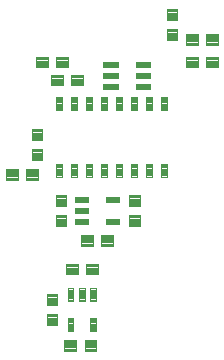
<source format=gbp>
G04 EAGLE Gerber RS-274X export*
G75*
%MOMM*%
%FSLAX34Y34*%
%LPD*%
%INSolderpaste Bottom*%
%IPPOS*%
%AMOC8*
5,1,8,0,0,1.08239X$1,22.5*%
G01*
%ADD10C,0.102000*%
%ADD11C,0.100000*%
%ADD12C,0.099000*%


D10*
X97740Y384460D02*
X92760Y384460D01*
X92760Y395440D01*
X97740Y395440D01*
X97740Y384460D01*
X97740Y385429D02*
X92760Y385429D01*
X92760Y386398D02*
X97740Y386398D01*
X97740Y387367D02*
X92760Y387367D01*
X92760Y388336D02*
X97740Y388336D01*
X97740Y389305D02*
X92760Y389305D01*
X92760Y390274D02*
X97740Y390274D01*
X97740Y391243D02*
X92760Y391243D01*
X92760Y392212D02*
X97740Y392212D01*
X97740Y393181D02*
X92760Y393181D01*
X92760Y394150D02*
X97740Y394150D01*
X97740Y395119D02*
X92760Y395119D01*
X105460Y384460D02*
X110440Y384460D01*
X105460Y384460D02*
X105460Y395440D01*
X110440Y395440D01*
X110440Y384460D01*
X110440Y385429D02*
X105460Y385429D01*
X105460Y386398D02*
X110440Y386398D01*
X110440Y387367D02*
X105460Y387367D01*
X105460Y388336D02*
X110440Y388336D01*
X110440Y389305D02*
X105460Y389305D01*
X105460Y390274D02*
X110440Y390274D01*
X110440Y391243D02*
X105460Y391243D01*
X105460Y392212D02*
X110440Y392212D01*
X110440Y393181D02*
X105460Y393181D01*
X105460Y394150D02*
X110440Y394150D01*
X110440Y395119D02*
X105460Y395119D01*
X118160Y384460D02*
X123140Y384460D01*
X118160Y384460D02*
X118160Y395440D01*
X123140Y395440D01*
X123140Y384460D01*
X123140Y385429D02*
X118160Y385429D01*
X118160Y386398D02*
X123140Y386398D01*
X123140Y387367D02*
X118160Y387367D01*
X118160Y388336D02*
X123140Y388336D01*
X123140Y389305D02*
X118160Y389305D01*
X118160Y390274D02*
X123140Y390274D01*
X123140Y391243D02*
X118160Y391243D01*
X118160Y392212D02*
X123140Y392212D01*
X123140Y393181D02*
X118160Y393181D01*
X118160Y394150D02*
X123140Y394150D01*
X123140Y395119D02*
X118160Y395119D01*
X130860Y384460D02*
X135840Y384460D01*
X130860Y384460D02*
X130860Y395440D01*
X135840Y395440D01*
X135840Y384460D01*
X135840Y385429D02*
X130860Y385429D01*
X130860Y386398D02*
X135840Y386398D01*
X135840Y387367D02*
X130860Y387367D01*
X130860Y388336D02*
X135840Y388336D01*
X135840Y389305D02*
X130860Y389305D01*
X130860Y390274D02*
X135840Y390274D01*
X135840Y391243D02*
X130860Y391243D01*
X130860Y392212D02*
X135840Y392212D01*
X135840Y393181D02*
X130860Y393181D01*
X130860Y394150D02*
X135840Y394150D01*
X135840Y395119D02*
X130860Y395119D01*
X143560Y384460D02*
X148540Y384460D01*
X143560Y384460D02*
X143560Y395440D01*
X148540Y395440D01*
X148540Y384460D01*
X148540Y385429D02*
X143560Y385429D01*
X143560Y386398D02*
X148540Y386398D01*
X148540Y387367D02*
X143560Y387367D01*
X143560Y388336D02*
X148540Y388336D01*
X148540Y389305D02*
X143560Y389305D01*
X143560Y390274D02*
X148540Y390274D01*
X148540Y391243D02*
X143560Y391243D01*
X143560Y392212D02*
X148540Y392212D01*
X148540Y393181D02*
X143560Y393181D01*
X143560Y394150D02*
X148540Y394150D01*
X148540Y395119D02*
X143560Y395119D01*
X156260Y384460D02*
X161240Y384460D01*
X156260Y384460D02*
X156260Y395440D01*
X161240Y395440D01*
X161240Y384460D01*
X161240Y385429D02*
X156260Y385429D01*
X156260Y386398D02*
X161240Y386398D01*
X161240Y387367D02*
X156260Y387367D01*
X156260Y388336D02*
X161240Y388336D01*
X161240Y389305D02*
X156260Y389305D01*
X156260Y390274D02*
X161240Y390274D01*
X161240Y391243D02*
X156260Y391243D01*
X156260Y392212D02*
X161240Y392212D01*
X161240Y393181D02*
X156260Y393181D01*
X156260Y394150D02*
X161240Y394150D01*
X161240Y395119D02*
X156260Y395119D01*
X168960Y384460D02*
X173940Y384460D01*
X168960Y384460D02*
X168960Y395440D01*
X173940Y395440D01*
X173940Y384460D01*
X173940Y385429D02*
X168960Y385429D01*
X168960Y386398D02*
X173940Y386398D01*
X173940Y387367D02*
X168960Y387367D01*
X168960Y388336D02*
X173940Y388336D01*
X173940Y389305D02*
X168960Y389305D01*
X168960Y390274D02*
X173940Y390274D01*
X173940Y391243D02*
X168960Y391243D01*
X168960Y392212D02*
X173940Y392212D01*
X173940Y393181D02*
X168960Y393181D01*
X168960Y394150D02*
X173940Y394150D01*
X173940Y395119D02*
X168960Y395119D01*
X181660Y384460D02*
X186640Y384460D01*
X181660Y384460D02*
X181660Y395440D01*
X186640Y395440D01*
X186640Y384460D01*
X186640Y385429D02*
X181660Y385429D01*
X181660Y386398D02*
X186640Y386398D01*
X186640Y387367D02*
X181660Y387367D01*
X181660Y388336D02*
X186640Y388336D01*
X186640Y389305D02*
X181660Y389305D01*
X181660Y390274D02*
X186640Y390274D01*
X186640Y391243D02*
X181660Y391243D01*
X181660Y392212D02*
X186640Y392212D01*
X186640Y393181D02*
X181660Y393181D01*
X181660Y394150D02*
X186640Y394150D01*
X186640Y395119D02*
X181660Y395119D01*
X181660Y328460D02*
X186640Y328460D01*
X181660Y328460D02*
X181660Y339440D01*
X186640Y339440D01*
X186640Y328460D01*
X186640Y329429D02*
X181660Y329429D01*
X181660Y330398D02*
X186640Y330398D01*
X186640Y331367D02*
X181660Y331367D01*
X181660Y332336D02*
X186640Y332336D01*
X186640Y333305D02*
X181660Y333305D01*
X181660Y334274D02*
X186640Y334274D01*
X186640Y335243D02*
X181660Y335243D01*
X181660Y336212D02*
X186640Y336212D01*
X186640Y337181D02*
X181660Y337181D01*
X181660Y338150D02*
X186640Y338150D01*
X186640Y339119D02*
X181660Y339119D01*
X173940Y328460D02*
X168960Y328460D01*
X168960Y339440D01*
X173940Y339440D01*
X173940Y328460D01*
X173940Y329429D02*
X168960Y329429D01*
X168960Y330398D02*
X173940Y330398D01*
X173940Y331367D02*
X168960Y331367D01*
X168960Y332336D02*
X173940Y332336D01*
X173940Y333305D02*
X168960Y333305D01*
X168960Y334274D02*
X173940Y334274D01*
X173940Y335243D02*
X168960Y335243D01*
X168960Y336212D02*
X173940Y336212D01*
X173940Y337181D02*
X168960Y337181D01*
X168960Y338150D02*
X173940Y338150D01*
X173940Y339119D02*
X168960Y339119D01*
X161240Y328460D02*
X156260Y328460D01*
X156260Y339440D01*
X161240Y339440D01*
X161240Y328460D01*
X161240Y329429D02*
X156260Y329429D01*
X156260Y330398D02*
X161240Y330398D01*
X161240Y331367D02*
X156260Y331367D01*
X156260Y332336D02*
X161240Y332336D01*
X161240Y333305D02*
X156260Y333305D01*
X156260Y334274D02*
X161240Y334274D01*
X161240Y335243D02*
X156260Y335243D01*
X156260Y336212D02*
X161240Y336212D01*
X161240Y337181D02*
X156260Y337181D01*
X156260Y338150D02*
X161240Y338150D01*
X161240Y339119D02*
X156260Y339119D01*
X148540Y328460D02*
X143560Y328460D01*
X143560Y339440D01*
X148540Y339440D01*
X148540Y328460D01*
X148540Y329429D02*
X143560Y329429D01*
X143560Y330398D02*
X148540Y330398D01*
X148540Y331367D02*
X143560Y331367D01*
X143560Y332336D02*
X148540Y332336D01*
X148540Y333305D02*
X143560Y333305D01*
X143560Y334274D02*
X148540Y334274D01*
X148540Y335243D02*
X143560Y335243D01*
X143560Y336212D02*
X148540Y336212D01*
X148540Y337181D02*
X143560Y337181D01*
X143560Y338150D02*
X148540Y338150D01*
X148540Y339119D02*
X143560Y339119D01*
X135840Y328460D02*
X130860Y328460D01*
X130860Y339440D01*
X135840Y339440D01*
X135840Y328460D01*
X135840Y329429D02*
X130860Y329429D01*
X130860Y330398D02*
X135840Y330398D01*
X135840Y331367D02*
X130860Y331367D01*
X130860Y332336D02*
X135840Y332336D01*
X135840Y333305D02*
X130860Y333305D01*
X130860Y334274D02*
X135840Y334274D01*
X135840Y335243D02*
X130860Y335243D01*
X130860Y336212D02*
X135840Y336212D01*
X135840Y337181D02*
X130860Y337181D01*
X130860Y338150D02*
X135840Y338150D01*
X135840Y339119D02*
X130860Y339119D01*
X123140Y328460D02*
X118160Y328460D01*
X118160Y339440D01*
X123140Y339440D01*
X123140Y328460D01*
X123140Y329429D02*
X118160Y329429D01*
X118160Y330398D02*
X123140Y330398D01*
X123140Y331367D02*
X118160Y331367D01*
X118160Y332336D02*
X123140Y332336D01*
X123140Y333305D02*
X118160Y333305D01*
X118160Y334274D02*
X123140Y334274D01*
X123140Y335243D02*
X118160Y335243D01*
X118160Y336212D02*
X123140Y336212D01*
X123140Y337181D02*
X118160Y337181D01*
X118160Y338150D02*
X123140Y338150D01*
X123140Y339119D02*
X118160Y339119D01*
X110440Y328460D02*
X105460Y328460D01*
X105460Y339440D01*
X110440Y339440D01*
X110440Y328460D01*
X110440Y329429D02*
X105460Y329429D01*
X105460Y330398D02*
X110440Y330398D01*
X110440Y331367D02*
X105460Y331367D01*
X105460Y332336D02*
X110440Y332336D01*
X110440Y333305D02*
X105460Y333305D01*
X105460Y334274D02*
X110440Y334274D01*
X110440Y335243D02*
X105460Y335243D01*
X105460Y336212D02*
X110440Y336212D01*
X110440Y337181D02*
X105460Y337181D01*
X105460Y338150D02*
X110440Y338150D01*
X110440Y339119D02*
X105460Y339119D01*
X97740Y328460D02*
X92760Y328460D01*
X92760Y339440D01*
X97740Y339440D01*
X97740Y328460D01*
X97740Y329429D02*
X92760Y329429D01*
X92760Y330398D02*
X97740Y330398D01*
X97740Y331367D02*
X92760Y331367D01*
X92760Y332336D02*
X97740Y332336D01*
X97740Y333305D02*
X92760Y333305D01*
X92760Y334274D02*
X97740Y334274D01*
X97740Y335243D02*
X92760Y335243D01*
X92760Y336212D02*
X97740Y336212D01*
X97740Y337181D02*
X92760Y337181D01*
X92760Y338150D02*
X97740Y338150D01*
X97740Y339119D02*
X92760Y339119D01*
D11*
X186000Y460700D02*
X186000Y470700D01*
X195000Y470700D01*
X195000Y460700D01*
X186000Y460700D01*
X186000Y461650D02*
X195000Y461650D01*
X195000Y462600D02*
X186000Y462600D01*
X186000Y463550D02*
X195000Y463550D01*
X195000Y464500D02*
X186000Y464500D01*
X186000Y465450D02*
X195000Y465450D01*
X195000Y466400D02*
X186000Y466400D01*
X186000Y467350D02*
X195000Y467350D01*
X195000Y468300D02*
X186000Y468300D01*
X186000Y469250D02*
X195000Y469250D01*
X195000Y470200D02*
X186000Y470200D01*
X186000Y453700D02*
X186000Y443700D01*
X186000Y453700D02*
X195000Y453700D01*
X195000Y443700D01*
X186000Y443700D01*
X186000Y444650D02*
X195000Y444650D01*
X195000Y445600D02*
X186000Y445600D01*
X186000Y446550D02*
X195000Y446550D01*
X195000Y447500D02*
X186000Y447500D01*
X186000Y448450D02*
X195000Y448450D01*
X195000Y449400D02*
X186000Y449400D01*
X186000Y450350D02*
X195000Y450350D01*
X195000Y451300D02*
X186000Y451300D01*
X186000Y452250D02*
X195000Y452250D01*
X195000Y453200D02*
X186000Y453200D01*
X98100Y405710D02*
X88100Y405710D01*
X88100Y414710D01*
X98100Y414710D01*
X98100Y405710D01*
X98100Y406660D02*
X88100Y406660D01*
X88100Y407610D02*
X98100Y407610D01*
X98100Y408560D02*
X88100Y408560D01*
X88100Y409510D02*
X98100Y409510D01*
X98100Y410460D02*
X88100Y410460D01*
X88100Y411410D02*
X98100Y411410D01*
X98100Y412360D02*
X88100Y412360D01*
X88100Y413310D02*
X98100Y413310D01*
X98100Y414260D02*
X88100Y414260D01*
X105100Y405710D02*
X115100Y405710D01*
X105100Y405710D02*
X105100Y414710D01*
X115100Y414710D01*
X115100Y405710D01*
X115100Y406660D02*
X105100Y406660D01*
X105100Y407610D02*
X115100Y407610D01*
X115100Y408560D02*
X105100Y408560D01*
X105100Y409510D02*
X115100Y409510D01*
X115100Y410460D02*
X105100Y410460D01*
X105100Y411410D02*
X115100Y411410D01*
X115100Y412360D02*
X105100Y412360D01*
X105100Y413310D02*
X115100Y413310D01*
X115100Y414260D02*
X105100Y414260D01*
X202400Y440000D02*
X212400Y440000D01*
X202400Y440000D02*
X202400Y449000D01*
X212400Y449000D01*
X212400Y440000D01*
X212400Y440950D02*
X202400Y440950D01*
X202400Y441900D02*
X212400Y441900D01*
X212400Y442850D02*
X202400Y442850D01*
X202400Y443800D02*
X212400Y443800D01*
X212400Y444750D02*
X202400Y444750D01*
X202400Y445700D02*
X212400Y445700D01*
X212400Y446650D02*
X202400Y446650D01*
X202400Y447600D02*
X212400Y447600D01*
X212400Y448550D02*
X202400Y448550D01*
X219400Y440000D02*
X229400Y440000D01*
X219400Y440000D02*
X219400Y449000D01*
X229400Y449000D01*
X229400Y440000D01*
X229400Y440950D02*
X219400Y440950D01*
X219400Y441900D02*
X229400Y441900D01*
X229400Y442850D02*
X219400Y442850D01*
X219400Y443800D02*
X229400Y443800D01*
X229400Y444750D02*
X219400Y444750D01*
X219400Y445700D02*
X229400Y445700D01*
X229400Y446650D02*
X219400Y446650D01*
X219400Y447600D02*
X229400Y447600D01*
X229400Y448550D02*
X219400Y448550D01*
X219400Y429950D02*
X229400Y429950D01*
X229400Y420950D01*
X219400Y420950D01*
X219400Y429950D01*
X219400Y421900D02*
X229400Y421900D01*
X229400Y422850D02*
X219400Y422850D01*
X219400Y423800D02*
X229400Y423800D01*
X229400Y424750D02*
X219400Y424750D01*
X219400Y425700D02*
X229400Y425700D01*
X229400Y426650D02*
X219400Y426650D01*
X219400Y427600D02*
X229400Y427600D01*
X229400Y428550D02*
X219400Y428550D01*
X219400Y429500D02*
X229400Y429500D01*
X212400Y429950D02*
X202400Y429950D01*
X212400Y429950D02*
X212400Y420950D01*
X202400Y420950D01*
X202400Y429950D01*
X202400Y421900D02*
X212400Y421900D01*
X212400Y422850D02*
X202400Y422850D01*
X202400Y423800D02*
X212400Y423800D01*
X212400Y424750D02*
X202400Y424750D01*
X202400Y425700D02*
X212400Y425700D01*
X212400Y426650D02*
X202400Y426650D01*
X202400Y427600D02*
X212400Y427600D01*
X212400Y428550D02*
X202400Y428550D01*
X202400Y429500D02*
X212400Y429500D01*
X77000Y334700D02*
X67000Y334700D01*
X77000Y334700D02*
X77000Y325700D01*
X67000Y325700D01*
X67000Y334700D01*
X67000Y326650D02*
X77000Y326650D01*
X77000Y327600D02*
X67000Y327600D01*
X67000Y328550D02*
X77000Y328550D01*
X77000Y329500D02*
X67000Y329500D01*
X67000Y330450D02*
X77000Y330450D01*
X77000Y331400D02*
X67000Y331400D01*
X67000Y332350D02*
X77000Y332350D01*
X77000Y333300D02*
X67000Y333300D01*
X67000Y334250D02*
X77000Y334250D01*
X60000Y334700D02*
X50000Y334700D01*
X60000Y334700D02*
X60000Y325700D01*
X50000Y325700D01*
X50000Y334700D01*
X50000Y326650D02*
X60000Y326650D01*
X60000Y327600D02*
X50000Y327600D01*
X50000Y328550D02*
X60000Y328550D01*
X60000Y329500D02*
X50000Y329500D01*
X50000Y330450D02*
X60000Y330450D01*
X60000Y331400D02*
X50000Y331400D01*
X50000Y332350D02*
X60000Y332350D01*
X60000Y333300D02*
X50000Y333300D01*
X50000Y334250D02*
X60000Y334250D01*
D12*
X159896Y421265D02*
X159896Y425775D01*
X172406Y425775D01*
X172406Y421265D01*
X159896Y421265D01*
X159896Y422205D02*
X172406Y422205D01*
X172406Y423145D02*
X159896Y423145D01*
X159896Y424085D02*
X172406Y424085D01*
X172406Y425025D02*
X159896Y425025D01*
X159896Y416275D02*
X159896Y411765D01*
X159896Y416275D02*
X172406Y416275D01*
X172406Y411765D01*
X159896Y411765D01*
X159896Y412705D02*
X172406Y412705D01*
X172406Y413645D02*
X159896Y413645D01*
X159896Y414585D02*
X172406Y414585D01*
X172406Y415525D02*
X159896Y415525D01*
X159896Y406775D02*
X159896Y402265D01*
X159896Y406775D02*
X172406Y406775D01*
X172406Y402265D01*
X159896Y402265D01*
X159896Y403205D02*
X172406Y403205D01*
X172406Y404145D02*
X159896Y404145D01*
X159896Y405085D02*
X172406Y405085D01*
X172406Y406025D02*
X159896Y406025D01*
X132394Y406775D02*
X132394Y402265D01*
X132394Y406775D02*
X144904Y406775D01*
X144904Y402265D01*
X132394Y402265D01*
X132394Y403205D02*
X144904Y403205D01*
X144904Y404145D02*
X132394Y404145D01*
X132394Y405085D02*
X144904Y405085D01*
X144904Y406025D02*
X132394Y406025D01*
X132394Y411765D02*
X132394Y416275D01*
X144904Y416275D01*
X144904Y411765D01*
X132394Y411765D01*
X132394Y412705D02*
X144904Y412705D01*
X144904Y413645D02*
X132394Y413645D01*
X132394Y414585D02*
X144904Y414585D01*
X144904Y415525D02*
X132394Y415525D01*
X132394Y421265D02*
X132394Y425775D01*
X144904Y425775D01*
X144904Y421265D01*
X132394Y421265D01*
X132394Y422205D02*
X144904Y422205D01*
X144904Y423145D02*
X132394Y423145D01*
X132394Y424085D02*
X144904Y424085D01*
X144904Y425025D02*
X132394Y425025D01*
D11*
X102400Y429950D02*
X92400Y429950D01*
X102400Y429950D02*
X102400Y420950D01*
X92400Y420950D01*
X92400Y429950D01*
X92400Y421900D02*
X102400Y421900D01*
X102400Y422850D02*
X92400Y422850D01*
X92400Y423800D02*
X102400Y423800D01*
X102400Y424750D02*
X92400Y424750D01*
X92400Y425700D02*
X102400Y425700D01*
X102400Y426650D02*
X92400Y426650D01*
X92400Y427600D02*
X102400Y427600D01*
X102400Y428550D02*
X92400Y428550D01*
X92400Y429500D02*
X102400Y429500D01*
X85400Y429950D02*
X75400Y429950D01*
X85400Y429950D02*
X85400Y420950D01*
X75400Y420950D01*
X75400Y429950D01*
X75400Y421900D02*
X85400Y421900D01*
X85400Y422850D02*
X75400Y422850D01*
X75400Y423800D02*
X85400Y423800D01*
X85400Y424750D02*
X75400Y424750D01*
X75400Y425700D02*
X85400Y425700D01*
X85400Y426650D02*
X75400Y426650D01*
X75400Y427600D02*
X85400Y427600D01*
X85400Y428550D02*
X75400Y428550D01*
X75400Y429500D02*
X85400Y429500D01*
X80700Y352100D02*
X80700Y342100D01*
X71700Y342100D01*
X71700Y352100D01*
X80700Y352100D01*
X80700Y343050D02*
X71700Y343050D01*
X71700Y344000D02*
X80700Y344000D01*
X80700Y344950D02*
X71700Y344950D01*
X71700Y345900D02*
X80700Y345900D01*
X80700Y346850D02*
X71700Y346850D01*
X71700Y347800D02*
X80700Y347800D01*
X80700Y348750D02*
X71700Y348750D01*
X71700Y349700D02*
X80700Y349700D01*
X80700Y350650D02*
X71700Y350650D01*
X71700Y351600D02*
X80700Y351600D01*
X80700Y359100D02*
X80700Y369100D01*
X80700Y359100D02*
X71700Y359100D01*
X71700Y369100D01*
X80700Y369100D01*
X80700Y360050D02*
X71700Y360050D01*
X71700Y361000D02*
X80700Y361000D01*
X80700Y361950D02*
X71700Y361950D01*
X71700Y362900D02*
X80700Y362900D01*
X80700Y363850D02*
X71700Y363850D01*
X71700Y364800D02*
X80700Y364800D01*
X80700Y365750D02*
X71700Y365750D01*
X71700Y366700D02*
X80700Y366700D01*
X80700Y367650D02*
X71700Y367650D01*
X71700Y368600D02*
X80700Y368600D01*
D12*
X119504Y292475D02*
X119504Y287965D01*
X108494Y287965D01*
X108494Y292475D01*
X119504Y292475D01*
X119504Y288905D02*
X108494Y288905D01*
X108494Y289845D02*
X119504Y289845D01*
X119504Y290785D02*
X108494Y290785D01*
X108494Y291725D02*
X119504Y291725D01*
X119504Y297465D02*
X119504Y301975D01*
X119504Y297465D02*
X108494Y297465D01*
X108494Y301975D01*
X119504Y301975D01*
X119504Y298405D02*
X108494Y298405D01*
X108494Y299345D02*
X119504Y299345D01*
X119504Y300285D02*
X108494Y300285D01*
X108494Y301225D02*
X119504Y301225D01*
X119504Y306965D02*
X119504Y311475D01*
X119504Y306965D02*
X108494Y306965D01*
X108494Y311475D01*
X119504Y311475D01*
X119504Y307905D02*
X108494Y307905D01*
X108494Y308845D02*
X119504Y308845D01*
X119504Y309785D02*
X108494Y309785D01*
X108494Y310725D02*
X119504Y310725D01*
X145506Y311475D02*
X145506Y306965D01*
X134496Y306965D01*
X134496Y311475D01*
X145506Y311475D01*
X145506Y307905D02*
X134496Y307905D01*
X134496Y308845D02*
X145506Y308845D01*
X145506Y309785D02*
X134496Y309785D01*
X134496Y310725D02*
X145506Y310725D01*
X145506Y292475D02*
X145506Y287965D01*
X134496Y287965D01*
X134496Y292475D01*
X145506Y292475D01*
X145506Y288905D02*
X134496Y288905D01*
X134496Y289845D02*
X145506Y289845D01*
X145506Y290785D02*
X134496Y290785D01*
X134496Y291725D02*
X145506Y291725D01*
D11*
X123500Y269820D02*
X113500Y269820D01*
X113500Y278820D01*
X123500Y278820D01*
X123500Y269820D01*
X123500Y270770D02*
X113500Y270770D01*
X113500Y271720D02*
X123500Y271720D01*
X123500Y272670D02*
X113500Y272670D01*
X113500Y273620D02*
X123500Y273620D01*
X123500Y274570D02*
X113500Y274570D01*
X113500Y275520D02*
X123500Y275520D01*
X123500Y276470D02*
X113500Y276470D01*
X113500Y277420D02*
X123500Y277420D01*
X123500Y278370D02*
X113500Y278370D01*
X130500Y269820D02*
X140500Y269820D01*
X130500Y269820D02*
X130500Y278820D01*
X140500Y278820D01*
X140500Y269820D01*
X140500Y270770D02*
X130500Y270770D01*
X130500Y271720D02*
X140500Y271720D01*
X140500Y272670D02*
X130500Y272670D01*
X130500Y273620D02*
X140500Y273620D01*
X140500Y274570D02*
X130500Y274570D01*
X130500Y275520D02*
X140500Y275520D01*
X140500Y276470D02*
X130500Y276470D01*
X130500Y277420D02*
X140500Y277420D01*
X140500Y278370D02*
X130500Y278370D01*
X101020Y286220D02*
X101020Y296220D01*
X101020Y286220D02*
X92020Y286220D01*
X92020Y296220D01*
X101020Y296220D01*
X101020Y287170D02*
X92020Y287170D01*
X92020Y288120D02*
X101020Y288120D01*
X101020Y289070D02*
X92020Y289070D01*
X92020Y290020D02*
X101020Y290020D01*
X101020Y290970D02*
X92020Y290970D01*
X92020Y291920D02*
X101020Y291920D01*
X101020Y292870D02*
X92020Y292870D01*
X92020Y293820D02*
X101020Y293820D01*
X101020Y294770D02*
X92020Y294770D01*
X92020Y295720D02*
X101020Y295720D01*
X101020Y303220D02*
X101020Y313220D01*
X101020Y303220D02*
X92020Y303220D01*
X92020Y313220D01*
X101020Y313220D01*
X101020Y304170D02*
X92020Y304170D01*
X92020Y305120D02*
X101020Y305120D01*
X101020Y306070D02*
X92020Y306070D01*
X92020Y307020D02*
X101020Y307020D01*
X101020Y307970D02*
X92020Y307970D01*
X92020Y308920D02*
X101020Y308920D01*
X101020Y309870D02*
X92020Y309870D01*
X92020Y310820D02*
X101020Y310820D01*
X101020Y311770D02*
X92020Y311770D01*
X92020Y312720D02*
X101020Y312720D01*
D12*
X102545Y223396D02*
X107055Y223396D01*
X102545Y223396D02*
X102545Y234406D01*
X107055Y234406D01*
X107055Y223396D01*
X107055Y224336D02*
X102545Y224336D01*
X102545Y225276D02*
X107055Y225276D01*
X107055Y226216D02*
X102545Y226216D01*
X102545Y227156D02*
X107055Y227156D01*
X107055Y228096D02*
X102545Y228096D01*
X102545Y229036D02*
X107055Y229036D01*
X107055Y229976D02*
X102545Y229976D01*
X102545Y230916D02*
X107055Y230916D01*
X107055Y231856D02*
X102545Y231856D01*
X102545Y232796D02*
X107055Y232796D01*
X107055Y233736D02*
X102545Y233736D01*
X112045Y223396D02*
X116555Y223396D01*
X112045Y223396D02*
X112045Y234406D01*
X116555Y234406D01*
X116555Y223396D01*
X116555Y224336D02*
X112045Y224336D01*
X112045Y225276D02*
X116555Y225276D01*
X116555Y226216D02*
X112045Y226216D01*
X112045Y227156D02*
X116555Y227156D01*
X116555Y228096D02*
X112045Y228096D01*
X112045Y229036D02*
X116555Y229036D01*
X116555Y229976D02*
X112045Y229976D01*
X112045Y230916D02*
X116555Y230916D01*
X116555Y231856D02*
X112045Y231856D01*
X112045Y232796D02*
X116555Y232796D01*
X116555Y233736D02*
X112045Y233736D01*
X121545Y223396D02*
X126055Y223396D01*
X121545Y223396D02*
X121545Y234406D01*
X126055Y234406D01*
X126055Y223396D01*
X126055Y224336D02*
X121545Y224336D01*
X121545Y225276D02*
X126055Y225276D01*
X126055Y226216D02*
X121545Y226216D01*
X121545Y227156D02*
X126055Y227156D01*
X126055Y228096D02*
X121545Y228096D01*
X121545Y229036D02*
X126055Y229036D01*
X126055Y229976D02*
X121545Y229976D01*
X121545Y230916D02*
X126055Y230916D01*
X126055Y231856D02*
X121545Y231856D01*
X121545Y232796D02*
X126055Y232796D01*
X126055Y233736D02*
X121545Y233736D01*
X121545Y197394D02*
X126055Y197394D01*
X121545Y197394D02*
X121545Y208404D01*
X126055Y208404D01*
X126055Y197394D01*
X126055Y198334D02*
X121545Y198334D01*
X121545Y199274D02*
X126055Y199274D01*
X126055Y200214D02*
X121545Y200214D01*
X121545Y201154D02*
X126055Y201154D01*
X126055Y202094D02*
X121545Y202094D01*
X121545Y203034D02*
X126055Y203034D01*
X126055Y203974D02*
X121545Y203974D01*
X121545Y204914D02*
X126055Y204914D01*
X126055Y205854D02*
X121545Y205854D01*
X121545Y206794D02*
X126055Y206794D01*
X126055Y207734D02*
X121545Y207734D01*
X107055Y197394D02*
X102545Y197394D01*
X102545Y208404D01*
X107055Y208404D01*
X107055Y197394D01*
X107055Y198334D02*
X102545Y198334D01*
X102545Y199274D02*
X107055Y199274D01*
X107055Y200214D02*
X102545Y200214D01*
X102545Y201154D02*
X107055Y201154D01*
X107055Y202094D02*
X102545Y202094D01*
X102545Y203034D02*
X107055Y203034D01*
X107055Y203974D02*
X102545Y203974D01*
X102545Y204914D02*
X107055Y204914D01*
X107055Y205854D02*
X102545Y205854D01*
X102545Y206794D02*
X107055Y206794D01*
X107055Y207734D02*
X102545Y207734D01*
D11*
X100800Y245690D02*
X110800Y245690D01*
X100800Y245690D02*
X100800Y254690D01*
X110800Y254690D01*
X110800Y245690D01*
X110800Y246640D02*
X100800Y246640D01*
X100800Y247590D02*
X110800Y247590D01*
X110800Y248540D02*
X100800Y248540D01*
X100800Y249490D02*
X110800Y249490D01*
X110800Y250440D02*
X100800Y250440D01*
X100800Y251390D02*
X110800Y251390D01*
X110800Y252340D02*
X100800Y252340D01*
X100800Y253290D02*
X110800Y253290D01*
X110800Y254240D02*
X100800Y254240D01*
X117800Y245690D02*
X127800Y245690D01*
X117800Y245690D02*
X117800Y254690D01*
X127800Y254690D01*
X127800Y245690D01*
X127800Y246640D02*
X117800Y246640D01*
X117800Y247590D02*
X127800Y247590D01*
X127800Y248540D02*
X117800Y248540D01*
X117800Y249490D02*
X127800Y249490D01*
X127800Y250440D02*
X117800Y250440D01*
X117800Y251390D02*
X127800Y251390D01*
X127800Y252340D02*
X117800Y252340D01*
X117800Y253290D02*
X127800Y253290D01*
X127800Y254240D02*
X117800Y254240D01*
X84400Y229400D02*
X84400Y219400D01*
X84400Y229400D02*
X93400Y229400D01*
X93400Y219400D01*
X84400Y219400D01*
X84400Y220350D02*
X93400Y220350D01*
X93400Y221300D02*
X84400Y221300D01*
X84400Y222250D02*
X93400Y222250D01*
X93400Y223200D02*
X84400Y223200D01*
X84400Y224150D02*
X93400Y224150D01*
X93400Y225100D02*
X84400Y225100D01*
X84400Y226050D02*
X93400Y226050D01*
X93400Y227000D02*
X84400Y227000D01*
X84400Y227950D02*
X93400Y227950D01*
X93400Y228900D02*
X84400Y228900D01*
X84400Y212400D02*
X84400Y202400D01*
X84400Y212400D02*
X93400Y212400D01*
X93400Y202400D01*
X84400Y202400D01*
X84400Y203350D02*
X93400Y203350D01*
X93400Y204300D02*
X84400Y204300D01*
X84400Y205250D02*
X93400Y205250D01*
X93400Y206200D02*
X84400Y206200D01*
X84400Y207150D02*
X93400Y207150D01*
X93400Y208100D02*
X84400Y208100D01*
X84400Y209050D02*
X93400Y209050D01*
X93400Y210000D02*
X84400Y210000D01*
X84400Y210950D02*
X93400Y210950D01*
X93400Y211900D02*
X84400Y211900D01*
X99530Y180920D02*
X109530Y180920D01*
X99530Y180920D02*
X99530Y189920D01*
X109530Y189920D01*
X109530Y180920D01*
X109530Y181870D02*
X99530Y181870D01*
X99530Y182820D02*
X109530Y182820D01*
X109530Y183770D02*
X99530Y183770D01*
X99530Y184720D02*
X109530Y184720D01*
X109530Y185670D02*
X99530Y185670D01*
X99530Y186620D02*
X109530Y186620D01*
X109530Y187570D02*
X99530Y187570D01*
X99530Y188520D02*
X109530Y188520D01*
X109530Y189470D02*
X99530Y189470D01*
X116530Y180920D02*
X126530Y180920D01*
X116530Y180920D02*
X116530Y189920D01*
X126530Y189920D01*
X126530Y180920D01*
X126530Y181870D02*
X116530Y181870D01*
X116530Y182820D02*
X126530Y182820D01*
X126530Y183770D02*
X116530Y183770D01*
X116530Y184720D02*
X126530Y184720D01*
X126530Y185670D02*
X116530Y185670D01*
X116530Y186620D02*
X126530Y186620D01*
X126530Y187570D02*
X116530Y187570D01*
X116530Y188520D02*
X126530Y188520D01*
X126530Y189470D02*
X116530Y189470D01*
X163250Y286220D02*
X163250Y296220D01*
X163250Y286220D02*
X154250Y286220D01*
X154250Y296220D01*
X163250Y296220D01*
X163250Y287170D02*
X154250Y287170D01*
X154250Y288120D02*
X163250Y288120D01*
X163250Y289070D02*
X154250Y289070D01*
X154250Y290020D02*
X163250Y290020D01*
X163250Y290970D02*
X154250Y290970D01*
X154250Y291920D02*
X163250Y291920D01*
X163250Y292870D02*
X154250Y292870D01*
X154250Y293820D02*
X163250Y293820D01*
X163250Y294770D02*
X154250Y294770D01*
X154250Y295720D02*
X163250Y295720D01*
X163250Y303220D02*
X163250Y313220D01*
X163250Y303220D02*
X154250Y303220D01*
X154250Y313220D01*
X163250Y313220D01*
X163250Y304170D02*
X154250Y304170D01*
X154250Y305120D02*
X163250Y305120D01*
X163250Y306070D02*
X154250Y306070D01*
X154250Y307020D02*
X163250Y307020D01*
X163250Y307970D02*
X154250Y307970D01*
X154250Y308920D02*
X163250Y308920D01*
X163250Y309870D02*
X154250Y309870D01*
X154250Y310820D02*
X163250Y310820D01*
X163250Y311770D02*
X154250Y311770D01*
X154250Y312720D02*
X163250Y312720D01*
M02*

</source>
